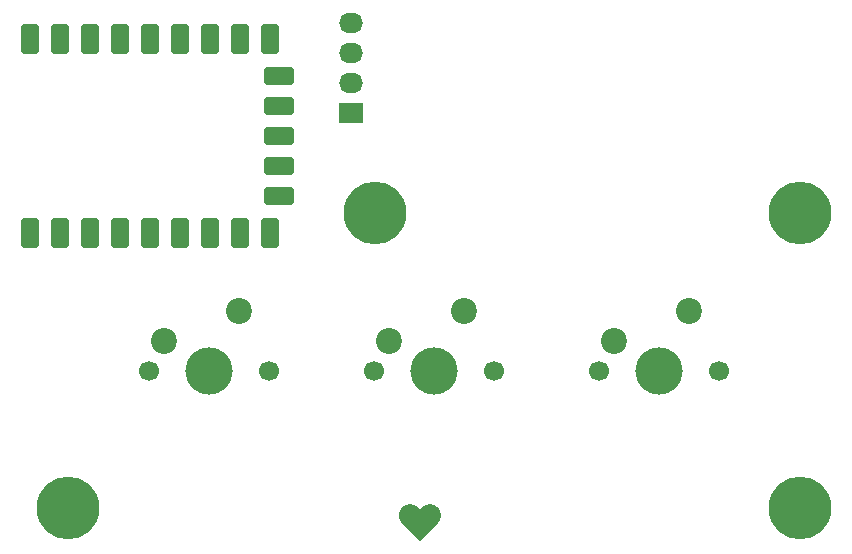
<source format=gts>
G04 #@! TF.GenerationSoftware,KiCad,Pcbnew,8.0.8-8.0.8-0~ubuntu22.04.1*
G04 #@! TF.CreationDate,2025-02-26T16:06:35+08:00*
G04 #@! TF.ProjectId,macropad,6d616372-6f70-4616-942e-6b696361645f,rev?*
G04 #@! TF.SameCoordinates,Original*
G04 #@! TF.FileFunction,Soldermask,Top*
G04 #@! TF.FilePolarity,Negative*
%FSLAX46Y46*%
G04 Gerber Fmt 4.6, Leading zero omitted, Abs format (unit mm)*
G04 Created by KiCad (PCBNEW 8.0.8-8.0.8-0~ubuntu22.04.1) date 2025-02-26 16:06:35*
%MOMM*%
%LPD*%
G01*
G04 APERTURE LIST*
G04 Aperture macros list*
%AMRoundRect*
0 Rectangle with rounded corners*
0 $1 Rounding radius*
0 $2 $3 $4 $5 $6 $7 $8 $9 X,Y pos of 4 corners*
0 Add a 4 corners polygon primitive as box body*
4,1,4,$2,$3,$4,$5,$6,$7,$8,$9,$2,$3,0*
0 Add four circle primitives for the rounded corners*
1,1,$1+$1,$2,$3*
1,1,$1+$1,$4,$5*
1,1,$1+$1,$6,$7*
1,1,$1+$1,$8,$9*
0 Add four rect primitives between the rounded corners*
20,1,$1+$1,$2,$3,$4,$5,0*
20,1,$1+$1,$4,$5,$6,$7,0*
20,1,$1+$1,$6,$7,$8,$9,0*
20,1,$1+$1,$8,$9,$2,$3,0*%
G04 Aperture macros list end*
%ADD10C,0.000000*%
%ADD11C,5.300000*%
%ADD12R,2.030000X1.730000*%
%ADD13O,2.030000X1.730000*%
%ADD14C,2.200000*%
%ADD15C,1.700000*%
%ADD16C,4.000000*%
%ADD17RoundRect,0.400000X0.400000X-0.900000X0.400000X0.900000X-0.400000X0.900000X-0.400000X-0.900000X0*%
%ADD18RoundRect,0.400050X0.400050X-0.899950X0.400050X0.899950X-0.400050X0.899950X-0.400050X-0.899950X0*%
%ADD19RoundRect,0.400000X0.900000X-0.400000X0.900000X0.400000X-0.900000X0.400000X-0.900000X-0.400000X0*%
%ADD20RoundRect,0.393700X0.906300X-0.393700X0.906300X0.393700X-0.906300X0.393700X-0.906300X-0.393700X0*%
G04 APERTURE END LIST*
D10*
G36*
X206663320Y-111652636D02*
G01*
X206686265Y-111653483D01*
X206709161Y-111654893D01*
X206731999Y-111656863D01*
X206754768Y-111659391D01*
X206777457Y-111662476D01*
X206800058Y-111666114D01*
X206822559Y-111670306D01*
X206844951Y-111675047D01*
X206867223Y-111680337D01*
X206889366Y-111686172D01*
X206911368Y-111692552D01*
X206933220Y-111699474D01*
X206954912Y-111706936D01*
X206976433Y-111714937D01*
X206997773Y-111723473D01*
X207018897Y-111732532D01*
X207039770Y-111742098D01*
X207060382Y-111752165D01*
X207080726Y-111762726D01*
X207100793Y-111773778D01*
X207120574Y-111785313D01*
X207140060Y-111797326D01*
X207159243Y-111809811D01*
X207178114Y-111822763D01*
X207196665Y-111836175D01*
X207214887Y-111850042D01*
X207232771Y-111864358D01*
X207250309Y-111879118D01*
X207267492Y-111894315D01*
X207284311Y-111909945D01*
X207300758Y-111926000D01*
X207316814Y-111942447D01*
X207332443Y-111959267D01*
X207347641Y-111976450D01*
X207362401Y-111993988D01*
X207376717Y-112011873D01*
X207390585Y-112030094D01*
X207403997Y-112048645D01*
X207416948Y-112067517D01*
X207429434Y-112086700D01*
X207441447Y-112106186D01*
X207452982Y-112125967D01*
X207464033Y-112146034D01*
X207474595Y-112166378D01*
X207484662Y-112186991D01*
X207494227Y-112207864D01*
X207503286Y-112228989D01*
X207511823Y-112250329D01*
X207519823Y-112271851D01*
X207527285Y-112293542D01*
X207534207Y-112315394D01*
X207540587Y-112337396D01*
X207546423Y-112359539D01*
X207551712Y-112381810D01*
X207556453Y-112404202D01*
X207560645Y-112426703D01*
X207564283Y-112449303D01*
X207567368Y-112471993D01*
X207569896Y-112494761D01*
X207571866Y-112517598D01*
X207573276Y-112540494D01*
X207574123Y-112563438D01*
X207574406Y-112586420D01*
X207574123Y-112609403D01*
X207573276Y-112632348D01*
X207571866Y-112655244D01*
X207569896Y-112678082D01*
X207567368Y-112700851D01*
X207564283Y-112723540D01*
X207560645Y-112746141D01*
X207556453Y-112768642D01*
X207551712Y-112791034D01*
X207546423Y-112813306D01*
X207540587Y-112835449D01*
X207534207Y-112857451D01*
X207527285Y-112879303D01*
X207519823Y-112900994D01*
X207511823Y-112922516D01*
X207503286Y-112943856D01*
X207494227Y-112964980D01*
X207484662Y-112985853D01*
X207474595Y-113006465D01*
X207464033Y-113026809D01*
X207452982Y-113046876D01*
X207441447Y-113066657D01*
X207429434Y-113086143D01*
X207416948Y-113105326D01*
X207403997Y-113124197D01*
X207390585Y-113142748D01*
X207376717Y-113160970D01*
X207362401Y-113178854D01*
X207347641Y-113196392D01*
X207332443Y-113213575D01*
X207316814Y-113230394D01*
X207300758Y-113246841D01*
X205799957Y-114747648D01*
X204299151Y-113246841D01*
X204267214Y-113213281D01*
X204237108Y-113178335D01*
X204208864Y-113142080D01*
X204182514Y-113104591D01*
X204158090Y-113065946D01*
X204135624Y-113026221D01*
X204115146Y-112985493D01*
X204096690Y-112943838D01*
X204080286Y-112901333D01*
X204065966Y-112858054D01*
X204053763Y-112814078D01*
X204043707Y-112769482D01*
X204035831Y-112724341D01*
X204030165Y-112678733D01*
X204026743Y-112632733D01*
X204025595Y-112586420D01*
X204026743Y-112540107D01*
X204030165Y-112494109D01*
X204035831Y-112448501D01*
X204043707Y-112403361D01*
X204053763Y-112358764D01*
X204065966Y-112314788D01*
X204080286Y-112271510D01*
X204096690Y-112229004D01*
X204115146Y-112187349D01*
X204135624Y-112146621D01*
X204158090Y-112106896D01*
X204182514Y-112068251D01*
X204208864Y-112030762D01*
X204237108Y-111994506D01*
X204267214Y-111959560D01*
X204299151Y-111926000D01*
X204332711Y-111894063D01*
X204367657Y-111863957D01*
X204403913Y-111835713D01*
X204441402Y-111809363D01*
X204480047Y-111784939D01*
X204519772Y-111762472D01*
X204560500Y-111741995D01*
X204602156Y-111723539D01*
X204644661Y-111707135D01*
X204687940Y-111692815D01*
X204731916Y-111680612D01*
X204776512Y-111670556D01*
X204821653Y-111662679D01*
X204867260Y-111657014D01*
X204913259Y-111653592D01*
X204959571Y-111652444D01*
X205005885Y-111653592D01*
X205051884Y-111657014D01*
X205097492Y-111662679D01*
X205142633Y-111670556D01*
X205187230Y-111680612D01*
X205231206Y-111692815D01*
X205274485Y-111707135D01*
X205316990Y-111723539D01*
X205358645Y-111741995D01*
X205399373Y-111762472D01*
X205439098Y-111784939D01*
X205477743Y-111809363D01*
X205515231Y-111835713D01*
X205551487Y-111863957D01*
X205586433Y-111894063D01*
X205619993Y-111926000D01*
X205799957Y-112105960D01*
X205979916Y-111926000D01*
X205996364Y-111909945D01*
X206013184Y-111894315D01*
X206030367Y-111879118D01*
X206047905Y-111864358D01*
X206065789Y-111850042D01*
X206084011Y-111836175D01*
X206102562Y-111822763D01*
X206121433Y-111809811D01*
X206140616Y-111797326D01*
X206160102Y-111785313D01*
X206179882Y-111773778D01*
X206199949Y-111762726D01*
X206220292Y-111752165D01*
X206240904Y-111742098D01*
X206261777Y-111732532D01*
X206282901Y-111723473D01*
X206304242Y-111714937D01*
X206325764Y-111706936D01*
X206347456Y-111699474D01*
X206369309Y-111692552D01*
X206391312Y-111686172D01*
X206413454Y-111680337D01*
X206435727Y-111675047D01*
X206458118Y-111670306D01*
X206480620Y-111666114D01*
X206503220Y-111662476D01*
X206525910Y-111659391D01*
X206548678Y-111656863D01*
X206571515Y-111654893D01*
X206594411Y-111653483D01*
X206617355Y-111652636D01*
X206640337Y-111652353D01*
X206663320Y-111652636D01*
G37*
D11*
X202000000Y-87000000D03*
X238000000Y-87000000D03*
X238000000Y-112000000D03*
X176000000Y-112000000D03*
D12*
X200000000Y-78540000D03*
D13*
X200000000Y-76000000D03*
X200000000Y-73460000D03*
X200000000Y-70920000D03*
D14*
X222250000Y-97790000D03*
X228600000Y-95250000D03*
D15*
X231140000Y-100330000D03*
D16*
X226060000Y-100330000D03*
D15*
X220980000Y-100330000D03*
D14*
X203200000Y-97790000D03*
X209550000Y-95250000D03*
D15*
X212090000Y-100330000D03*
D16*
X207010000Y-100330000D03*
D15*
X201930000Y-100330000D03*
X182880000Y-100330000D03*
D16*
X187960000Y-100330000D03*
D15*
X193040000Y-100330000D03*
D14*
X190500000Y-95250000D03*
X184150000Y-97790000D03*
D17*
X172765000Y-72240000D03*
X175305000Y-72240000D03*
X177845000Y-72240000D03*
X180385000Y-72240000D03*
X182925000Y-72240000D03*
D18*
X185465000Y-72240000D03*
X188005000Y-72240000D03*
X190545000Y-72240000D03*
X193085000Y-72240000D03*
D19*
X193895000Y-75380000D03*
D20*
X193895000Y-77920000D03*
X193895000Y-80460000D03*
X193895000Y-83000000D03*
X193895000Y-85540000D03*
D18*
X193085000Y-88680000D03*
X190545000Y-88680000D03*
X188005000Y-88680000D03*
X185465000Y-88680000D03*
X172765000Y-88680000D03*
X175305000Y-88680000D03*
X177845000Y-88680000D03*
X182925000Y-88680000D03*
X180385000Y-88680000D03*
M02*

</source>
